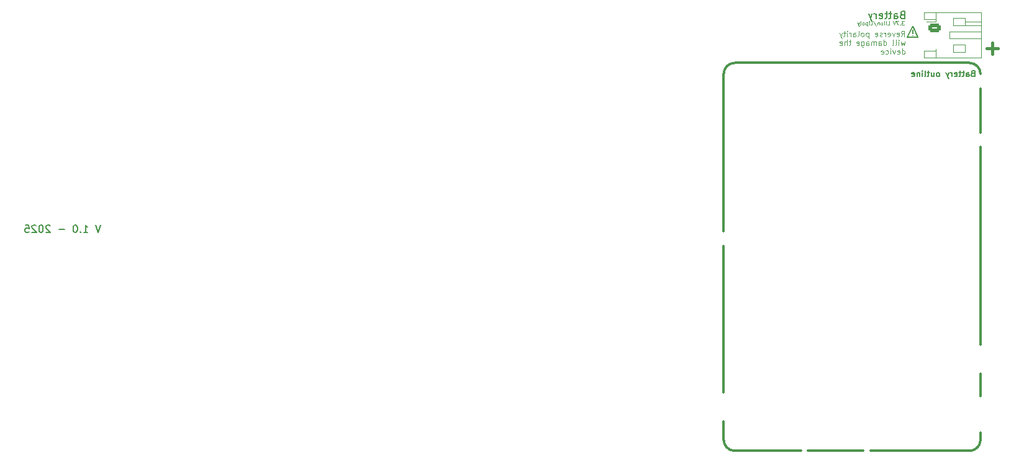
<source format=gbr>
%TF.GenerationSoftware,KiCad,Pcbnew,(6.0.10-0)*%
%TF.CreationDate,2025-02-20T17:08:05+01:00*%
%TF.ProjectId,MiniChord,4d696e69-4368-46f7-9264-2e6b69636164,rev?*%
%TF.SameCoordinates,Original*%
%TF.FileFunction,Legend,Bot*%
%TF.FilePolarity,Positive*%
%FSLAX46Y46*%
G04 Gerber Fmt 4.6, Leading zero omitted, Abs format (unit mm)*
G04 Created by KiCad (PCBNEW (6.0.10-0)) date 2025-02-20 17:08:05*
%MOMM*%
%LPD*%
G01*
G04 APERTURE LIST*
G04 Aperture macros list*
%AMRoundRect*
0 Rectangle with rounded corners*
0 $1 Rounding radius*
0 $2 $3 $4 $5 $6 $7 $8 $9 X,Y pos of 4 corners*
0 Add a 4 corners polygon primitive as box body*
4,1,4,$2,$3,$4,$5,$6,$7,$8,$9,$2,$3,0*
0 Add four circle primitives for the rounded corners*
1,1,$1+$1,$2,$3*
1,1,$1+$1,$4,$5*
1,1,$1+$1,$6,$7*
1,1,$1+$1,$8,$9*
0 Add four rect primitives between the rounded corners*
20,1,$1+$1,$2,$3,$4,$5,0*
20,1,$1+$1,$4,$5,$6,$7,0*
20,1,$1+$1,$6,$7,$8,$9,0*
20,1,$1+$1,$8,$9,$2,$3,0*%
%AMHorizOval*
0 Thick line with rounded ends*
0 $1 width*
0 $2 $3 position (X,Y) of the first rounded end (center of the circle)*
0 $4 $5 position (X,Y) of the second rounded end (center of the circle)*
0 Add line between two ends*
20,1,$1,$2,$3,$4,$5,0*
0 Add two circle primitives to create the rounded ends*
1,1,$1,$2,$3*
1,1,$1,$4,$5*%
G04 Aperture macros list end*
%ADD10C,0.300000*%
%ADD11C,0.150000*%
%ADD12C,0.100000*%
%ADD13C,0.075000*%
%ADD14C,0.130000*%
%ADD15C,0.400000*%
%ADD16C,0.120000*%
%ADD17C,1.800000*%
%ADD18C,2.000000*%
%ADD19R,1.070000X1.800000*%
%ADD20O,1.070000X1.800000*%
%ADD21R,1.800000X1.800000*%
%ADD22C,1.700000*%
%ADD23O,1.900000X3.300000*%
%ADD24C,1.600000*%
%ADD25O,2.050000X1.800000*%
%ADD26C,1.100000*%
%ADD27C,1.850000*%
%ADD28C,1.650000*%
%ADD29C,1.750000*%
%ADD30HorizOval,1.200000X-0.353553X-0.353553X0.353553X0.353553X0*%
%ADD31HorizOval,1.200000X0.353553X-0.353553X-0.353553X0.353553X0*%
%ADD32HorizOval,1.200000X0.353553X0.353553X-0.353553X-0.353553X0*%
%ADD33RoundRect,0.250000X-0.625000X0.350000X-0.625000X-0.350000X0.625000X-0.350000X0.625000X0.350000X0*%
%ADD34O,1.750000X1.200000*%
G04 APERTURE END LIST*
D10*
X114000000Y-135500000D02*
X114000000Y-138000000D01*
X134000000Y-139500000D02*
X147500000Y-139500000D01*
X149000000Y-125000000D02*
X149000000Y-98000000D01*
D11*
X139750000Y-82750000D02*
X139750000Y-82750000D01*
D10*
X115500000Y-139500000D02*
X124500000Y-139500000D01*
X114000000Y-88000000D02*
X113939340Y-109500000D01*
X125500000Y-139500000D02*
X133000000Y-139500000D01*
X149000000Y-132000000D02*
X149000000Y-129000000D01*
D11*
X139750000Y-82000000D02*
X139750000Y-82500000D01*
D10*
X147500000Y-86500000D02*
X115560660Y-86500000D01*
X115500000Y-86500000D02*
G75*
G03*
X114000000Y-88000000I0J-1500000D01*
G01*
X149000000Y-96000000D02*
X149000000Y-90000000D01*
D11*
X139750000Y-81500000D02*
X139000000Y-83000000D01*
X140500000Y-83000000D02*
X139750000Y-81500000D01*
D10*
X149000000Y-138000000D02*
X149000000Y-137000000D01*
X147500000Y-139500000D02*
G75*
G03*
X149000000Y-138000000I0J1500000D01*
G01*
X114000000Y-111500000D02*
X114000000Y-131500000D01*
X114000000Y-138000000D02*
G75*
G03*
X115500000Y-139500000I1500000J0D01*
G01*
D11*
X139000000Y-83000000D02*
X140500000Y-83000000D01*
D10*
X149000000Y-88000000D02*
G75*
G03*
X147500000Y-86500000I-1500000J0D01*
G01*
D12*
X138202857Y-82881785D02*
X138452857Y-82524642D01*
X138631428Y-82881785D02*
X138631428Y-82131785D01*
X138345714Y-82131785D01*
X138274285Y-82167500D01*
X138238571Y-82203214D01*
X138202857Y-82274642D01*
X138202857Y-82381785D01*
X138238571Y-82453214D01*
X138274285Y-82488928D01*
X138345714Y-82524642D01*
X138631428Y-82524642D01*
X137595714Y-82846071D02*
X137667142Y-82881785D01*
X137810000Y-82881785D01*
X137881428Y-82846071D01*
X137917142Y-82774642D01*
X137917142Y-82488928D01*
X137881428Y-82417500D01*
X137810000Y-82381785D01*
X137667142Y-82381785D01*
X137595714Y-82417500D01*
X137560000Y-82488928D01*
X137560000Y-82560357D01*
X137917142Y-82631785D01*
X137310000Y-82381785D02*
X137131428Y-82881785D01*
X136952857Y-82381785D01*
X136381428Y-82846071D02*
X136452857Y-82881785D01*
X136595714Y-82881785D01*
X136667142Y-82846071D01*
X136702857Y-82774642D01*
X136702857Y-82488928D01*
X136667142Y-82417500D01*
X136595714Y-82381785D01*
X136452857Y-82381785D01*
X136381428Y-82417500D01*
X136345714Y-82488928D01*
X136345714Y-82560357D01*
X136702857Y-82631785D01*
X136024285Y-82881785D02*
X136024285Y-82381785D01*
X136024285Y-82524642D02*
X135988571Y-82453214D01*
X135952857Y-82417500D01*
X135881428Y-82381785D01*
X135810000Y-82381785D01*
X135595714Y-82846071D02*
X135524285Y-82881785D01*
X135381428Y-82881785D01*
X135310000Y-82846071D01*
X135274285Y-82774642D01*
X135274285Y-82738928D01*
X135310000Y-82667500D01*
X135381428Y-82631785D01*
X135488571Y-82631785D01*
X135560000Y-82596071D01*
X135595714Y-82524642D01*
X135595714Y-82488928D01*
X135560000Y-82417500D01*
X135488571Y-82381785D01*
X135381428Y-82381785D01*
X135310000Y-82417500D01*
X134667142Y-82846071D02*
X134738571Y-82881785D01*
X134881428Y-82881785D01*
X134952857Y-82846071D01*
X134988571Y-82774642D01*
X134988571Y-82488928D01*
X134952857Y-82417500D01*
X134881428Y-82381785D01*
X134738571Y-82381785D01*
X134667142Y-82417500D01*
X134631428Y-82488928D01*
X134631428Y-82560357D01*
X134988571Y-82631785D01*
X133738571Y-82381785D02*
X133738571Y-83131785D01*
X133738571Y-82417500D02*
X133667142Y-82381785D01*
X133524285Y-82381785D01*
X133452857Y-82417500D01*
X133417142Y-82453214D01*
X133381428Y-82524642D01*
X133381428Y-82738928D01*
X133417142Y-82810357D01*
X133452857Y-82846071D01*
X133524285Y-82881785D01*
X133667142Y-82881785D01*
X133738571Y-82846071D01*
X132952857Y-82881785D02*
X133024285Y-82846071D01*
X133060000Y-82810357D01*
X133095714Y-82738928D01*
X133095714Y-82524642D01*
X133060000Y-82453214D01*
X133024285Y-82417500D01*
X132952857Y-82381785D01*
X132845714Y-82381785D01*
X132774285Y-82417500D01*
X132738571Y-82453214D01*
X132702857Y-82524642D01*
X132702857Y-82738928D01*
X132738571Y-82810357D01*
X132774285Y-82846071D01*
X132845714Y-82881785D01*
X132952857Y-82881785D01*
X132274285Y-82881785D02*
X132345714Y-82846071D01*
X132381428Y-82774642D01*
X132381428Y-82131785D01*
X131667142Y-82881785D02*
X131667142Y-82488928D01*
X131702857Y-82417500D01*
X131774285Y-82381785D01*
X131917142Y-82381785D01*
X131988571Y-82417500D01*
X131667142Y-82846071D02*
X131738571Y-82881785D01*
X131917142Y-82881785D01*
X131988571Y-82846071D01*
X132024285Y-82774642D01*
X132024285Y-82703214D01*
X131988571Y-82631785D01*
X131917142Y-82596071D01*
X131738571Y-82596071D01*
X131667142Y-82560357D01*
X131310000Y-82881785D02*
X131310000Y-82381785D01*
X131310000Y-82524642D02*
X131274285Y-82453214D01*
X131238571Y-82417500D01*
X131167142Y-82381785D01*
X131095714Y-82381785D01*
X130845714Y-82881785D02*
X130845714Y-82381785D01*
X130845714Y-82131785D02*
X130881428Y-82167500D01*
X130845714Y-82203214D01*
X130810000Y-82167500D01*
X130845714Y-82131785D01*
X130845714Y-82203214D01*
X130595714Y-82381785D02*
X130310000Y-82381785D01*
X130488571Y-82131785D02*
X130488571Y-82774642D01*
X130452857Y-82846071D01*
X130381428Y-82881785D01*
X130310000Y-82881785D01*
X130131428Y-82381785D02*
X129952857Y-82881785D01*
X129774285Y-82381785D02*
X129952857Y-82881785D01*
X130024285Y-83060357D01*
X130060000Y-83096071D01*
X130131428Y-83131785D01*
X138702857Y-83589285D02*
X138560000Y-84089285D01*
X138417142Y-83732142D01*
X138274285Y-84089285D01*
X138131428Y-83589285D01*
X137845714Y-84089285D02*
X137845714Y-83589285D01*
X137845714Y-83339285D02*
X137881428Y-83375000D01*
X137845714Y-83410714D01*
X137810000Y-83375000D01*
X137845714Y-83339285D01*
X137845714Y-83410714D01*
X137381428Y-84089285D02*
X137452857Y-84053571D01*
X137488571Y-83982142D01*
X137488571Y-83339285D01*
X136988571Y-84089285D02*
X137060000Y-84053571D01*
X137095714Y-83982142D01*
X137095714Y-83339285D01*
X135810000Y-84089285D02*
X135810000Y-83339285D01*
X135810000Y-84053571D02*
X135881428Y-84089285D01*
X136024285Y-84089285D01*
X136095714Y-84053571D01*
X136131428Y-84017857D01*
X136167142Y-83946428D01*
X136167142Y-83732142D01*
X136131428Y-83660714D01*
X136095714Y-83625000D01*
X136024285Y-83589285D01*
X135881428Y-83589285D01*
X135810000Y-83625000D01*
X135131428Y-84089285D02*
X135131428Y-83696428D01*
X135167142Y-83625000D01*
X135238571Y-83589285D01*
X135381428Y-83589285D01*
X135452857Y-83625000D01*
X135131428Y-84053571D02*
X135202857Y-84089285D01*
X135381428Y-84089285D01*
X135452857Y-84053571D01*
X135488571Y-83982142D01*
X135488571Y-83910714D01*
X135452857Y-83839285D01*
X135381428Y-83803571D01*
X135202857Y-83803571D01*
X135131428Y-83767857D01*
X134774285Y-84089285D02*
X134774285Y-83589285D01*
X134774285Y-83660714D02*
X134738571Y-83625000D01*
X134667142Y-83589285D01*
X134560000Y-83589285D01*
X134488571Y-83625000D01*
X134452857Y-83696428D01*
X134452857Y-84089285D01*
X134452857Y-83696428D02*
X134417142Y-83625000D01*
X134345714Y-83589285D01*
X134238571Y-83589285D01*
X134167142Y-83625000D01*
X134131428Y-83696428D01*
X134131428Y-84089285D01*
X133452857Y-84089285D02*
X133452857Y-83696428D01*
X133488571Y-83625000D01*
X133560000Y-83589285D01*
X133702857Y-83589285D01*
X133774285Y-83625000D01*
X133452857Y-84053571D02*
X133524285Y-84089285D01*
X133702857Y-84089285D01*
X133774285Y-84053571D01*
X133810000Y-83982142D01*
X133810000Y-83910714D01*
X133774285Y-83839285D01*
X133702857Y-83803571D01*
X133524285Y-83803571D01*
X133452857Y-83767857D01*
X132774285Y-83589285D02*
X132774285Y-84196428D01*
X132810000Y-84267857D01*
X132845714Y-84303571D01*
X132917142Y-84339285D01*
X133024285Y-84339285D01*
X133095714Y-84303571D01*
X132774285Y-84053571D02*
X132845714Y-84089285D01*
X132988571Y-84089285D01*
X133060000Y-84053571D01*
X133095714Y-84017857D01*
X133131428Y-83946428D01*
X133131428Y-83732142D01*
X133095714Y-83660714D01*
X133060000Y-83625000D01*
X132988571Y-83589285D01*
X132845714Y-83589285D01*
X132774285Y-83625000D01*
X132131428Y-84053571D02*
X132202857Y-84089285D01*
X132345714Y-84089285D01*
X132417142Y-84053571D01*
X132452857Y-83982142D01*
X132452857Y-83696428D01*
X132417142Y-83625000D01*
X132345714Y-83589285D01*
X132202857Y-83589285D01*
X132131428Y-83625000D01*
X132095714Y-83696428D01*
X132095714Y-83767857D01*
X132452857Y-83839285D01*
X131310000Y-83589285D02*
X131024285Y-83589285D01*
X131202857Y-83339285D02*
X131202857Y-83982142D01*
X131167142Y-84053571D01*
X131095714Y-84089285D01*
X131024285Y-84089285D01*
X130774285Y-84089285D02*
X130774285Y-83339285D01*
X130452857Y-84089285D02*
X130452857Y-83696428D01*
X130488571Y-83625000D01*
X130560000Y-83589285D01*
X130667142Y-83589285D01*
X130738571Y-83625000D01*
X130774285Y-83660714D01*
X129810000Y-84053571D02*
X129881428Y-84089285D01*
X130024285Y-84089285D01*
X130095714Y-84053571D01*
X130131428Y-83982142D01*
X130131428Y-83696428D01*
X130095714Y-83625000D01*
X130024285Y-83589285D01*
X129881428Y-83589285D01*
X129810000Y-83625000D01*
X129774285Y-83696428D01*
X129774285Y-83767857D01*
X130131428Y-83839285D01*
X138310000Y-85296785D02*
X138310000Y-84546785D01*
X138310000Y-85261071D02*
X138381428Y-85296785D01*
X138524285Y-85296785D01*
X138595714Y-85261071D01*
X138631428Y-85225357D01*
X138667142Y-85153928D01*
X138667142Y-84939642D01*
X138631428Y-84868214D01*
X138595714Y-84832500D01*
X138524285Y-84796785D01*
X138381428Y-84796785D01*
X138310000Y-84832500D01*
X137667142Y-85261071D02*
X137738571Y-85296785D01*
X137881428Y-85296785D01*
X137952857Y-85261071D01*
X137988571Y-85189642D01*
X137988571Y-84903928D01*
X137952857Y-84832500D01*
X137881428Y-84796785D01*
X137738571Y-84796785D01*
X137667142Y-84832500D01*
X137631428Y-84903928D01*
X137631428Y-84975357D01*
X137988571Y-85046785D01*
X137381428Y-84796785D02*
X137202857Y-85296785D01*
X137024285Y-84796785D01*
X136738571Y-85296785D02*
X136738571Y-84796785D01*
X136738571Y-84546785D02*
X136774285Y-84582500D01*
X136738571Y-84618214D01*
X136702857Y-84582500D01*
X136738571Y-84546785D01*
X136738571Y-84618214D01*
X136060000Y-85261071D02*
X136131428Y-85296785D01*
X136274285Y-85296785D01*
X136345714Y-85261071D01*
X136381428Y-85225357D01*
X136417142Y-85153928D01*
X136417142Y-84939642D01*
X136381428Y-84868214D01*
X136345714Y-84832500D01*
X136274285Y-84796785D01*
X136131428Y-84796785D01*
X136060000Y-84832500D01*
X135452857Y-85261071D02*
X135524285Y-85296785D01*
X135667142Y-85296785D01*
X135738571Y-85261071D01*
X135774285Y-85189642D01*
X135774285Y-84903928D01*
X135738571Y-84832500D01*
X135667142Y-84796785D01*
X135524285Y-84796785D01*
X135452857Y-84832500D01*
X135417142Y-84903928D01*
X135417142Y-84975357D01*
X135774285Y-85046785D01*
D11*
X29007261Y-108652380D02*
X28673928Y-109652380D01*
X28340595Y-108652380D01*
X26721547Y-109652380D02*
X27292976Y-109652380D01*
X27007261Y-109652380D02*
X27007261Y-108652380D01*
X27102500Y-108795238D01*
X27197738Y-108890476D01*
X27292976Y-108938095D01*
X26292976Y-109557142D02*
X26245357Y-109604761D01*
X26292976Y-109652380D01*
X26340595Y-109604761D01*
X26292976Y-109557142D01*
X26292976Y-109652380D01*
X25626309Y-108652380D02*
X25531071Y-108652380D01*
X25435833Y-108700000D01*
X25388214Y-108747619D01*
X25340595Y-108842857D01*
X25292976Y-109033333D01*
X25292976Y-109271428D01*
X25340595Y-109461904D01*
X25388214Y-109557142D01*
X25435833Y-109604761D01*
X25531071Y-109652380D01*
X25626309Y-109652380D01*
X25721547Y-109604761D01*
X25769166Y-109557142D01*
X25816785Y-109461904D01*
X25864404Y-109271428D01*
X25864404Y-109033333D01*
X25816785Y-108842857D01*
X25769166Y-108747619D01*
X25721547Y-108700000D01*
X25626309Y-108652380D01*
X24102500Y-109271428D02*
X23340595Y-109271428D01*
X22150119Y-108747619D02*
X22102500Y-108700000D01*
X22007261Y-108652380D01*
X21769166Y-108652380D01*
X21673928Y-108700000D01*
X21626309Y-108747619D01*
X21578690Y-108842857D01*
X21578690Y-108938095D01*
X21626309Y-109080952D01*
X22197738Y-109652380D01*
X21578690Y-109652380D01*
X20959642Y-108652380D02*
X20864404Y-108652380D01*
X20769166Y-108700000D01*
X20721547Y-108747619D01*
X20673928Y-108842857D01*
X20626309Y-109033333D01*
X20626309Y-109271428D01*
X20673928Y-109461904D01*
X20721547Y-109557142D01*
X20769166Y-109604761D01*
X20864404Y-109652380D01*
X20959642Y-109652380D01*
X21054880Y-109604761D01*
X21102500Y-109557142D01*
X21150119Y-109461904D01*
X21197738Y-109271428D01*
X21197738Y-109033333D01*
X21150119Y-108842857D01*
X21102500Y-108747619D01*
X21054880Y-108700000D01*
X20959642Y-108652380D01*
X20245357Y-108747619D02*
X20197738Y-108700000D01*
X20102500Y-108652380D01*
X19864404Y-108652380D01*
X19769166Y-108700000D01*
X19721547Y-108747619D01*
X19673928Y-108842857D01*
X19673928Y-108938095D01*
X19721547Y-109080952D01*
X20292976Y-109652380D01*
X19673928Y-109652380D01*
X18769166Y-108652380D02*
X19245357Y-108652380D01*
X19292976Y-109128571D01*
X19245357Y-109080952D01*
X19150119Y-109033333D01*
X18912023Y-109033333D01*
X18816785Y-109080952D01*
X18769166Y-109128571D01*
X18721547Y-109223809D01*
X18721547Y-109461904D01*
X18769166Y-109557142D01*
X18816785Y-109604761D01*
X18912023Y-109652380D01*
X19150119Y-109652380D01*
X19245357Y-109604761D01*
X19292976Y-109557142D01*
D13*
X138579821Y-80826190D02*
X138270297Y-80826190D01*
X138436964Y-81016666D01*
X138365535Y-81016666D01*
X138317916Y-81040476D01*
X138294107Y-81064285D01*
X138270297Y-81111904D01*
X138270297Y-81230952D01*
X138294107Y-81278571D01*
X138317916Y-81302380D01*
X138365535Y-81326190D01*
X138508392Y-81326190D01*
X138556011Y-81302380D01*
X138579821Y-81278571D01*
X138056011Y-81278571D02*
X138032202Y-81302380D01*
X138056011Y-81326190D01*
X138079821Y-81302380D01*
X138056011Y-81278571D01*
X138056011Y-81326190D01*
X137865535Y-80826190D02*
X137532202Y-80826190D01*
X137746488Y-81326190D01*
X137413154Y-80826190D02*
X137246488Y-81326190D01*
X137079821Y-80826190D01*
X136294107Y-81326190D02*
X136532202Y-81326190D01*
X136532202Y-80826190D01*
X136127440Y-81326190D02*
X136127440Y-80992857D01*
X136127440Y-80826190D02*
X136151250Y-80850000D01*
X136127440Y-80873809D01*
X136103630Y-80850000D01*
X136127440Y-80826190D01*
X136127440Y-80873809D01*
X135889345Y-81326190D02*
X135889345Y-80992857D01*
X135889345Y-80826190D02*
X135913154Y-80850000D01*
X135889345Y-80873809D01*
X135865535Y-80850000D01*
X135889345Y-80826190D01*
X135889345Y-80873809D01*
X135579821Y-81326190D02*
X135627440Y-81302380D01*
X135651250Y-81278571D01*
X135675059Y-81230952D01*
X135675059Y-81088095D01*
X135651250Y-81040476D01*
X135627440Y-81016666D01*
X135579821Y-80992857D01*
X135508392Y-80992857D01*
X135460773Y-81016666D01*
X135436964Y-81040476D01*
X135413154Y-81088095D01*
X135413154Y-81230952D01*
X135436964Y-81278571D01*
X135460773Y-81302380D01*
X135508392Y-81326190D01*
X135579821Y-81326190D01*
X135198869Y-80992857D02*
X135198869Y-81326190D01*
X135198869Y-81040476D02*
X135175059Y-81016666D01*
X135127440Y-80992857D01*
X135056011Y-80992857D01*
X135008392Y-81016666D01*
X134984583Y-81064285D01*
X134984583Y-81326190D01*
X134389345Y-80802380D02*
X134817916Y-81445238D01*
X133984583Y-81326190D02*
X134222678Y-81326190D01*
X134222678Y-80826190D01*
X133817916Y-81326190D02*
X133817916Y-80992857D01*
X133817916Y-80826190D02*
X133841726Y-80850000D01*
X133817916Y-80873809D01*
X133794107Y-80850000D01*
X133817916Y-80826190D01*
X133817916Y-80873809D01*
X133579821Y-80992857D02*
X133579821Y-81492857D01*
X133579821Y-81016666D02*
X133532202Y-80992857D01*
X133436964Y-80992857D01*
X133389345Y-81016666D01*
X133365535Y-81040476D01*
X133341726Y-81088095D01*
X133341726Y-81230952D01*
X133365535Y-81278571D01*
X133389345Y-81302380D01*
X133436964Y-81326190D01*
X133532202Y-81326190D01*
X133579821Y-81302380D01*
X133056011Y-81326190D02*
X133103630Y-81302380D01*
X133127440Y-81278571D01*
X133151250Y-81230952D01*
X133151250Y-81088095D01*
X133127440Y-81040476D01*
X133103630Y-81016666D01*
X133056011Y-80992857D01*
X132984583Y-80992857D01*
X132936964Y-81016666D01*
X132913154Y-81040476D01*
X132889345Y-81088095D01*
X132889345Y-81230952D01*
X132913154Y-81278571D01*
X132936964Y-81302380D01*
X132984583Y-81326190D01*
X133056011Y-81326190D01*
X132603630Y-81326190D02*
X132651250Y-81302380D01*
X132675059Y-81254761D01*
X132675059Y-80826190D01*
X132460773Y-80992857D02*
X132341726Y-81326190D01*
X132222678Y-80992857D02*
X132341726Y-81326190D01*
X132389345Y-81445238D01*
X132413154Y-81469047D01*
X132460773Y-81492857D01*
D14*
X147958357Y-87942857D02*
X147844071Y-87980952D01*
X147805976Y-88019047D01*
X147767880Y-88095238D01*
X147767880Y-88209523D01*
X147805976Y-88285714D01*
X147844071Y-88323809D01*
X147920261Y-88361904D01*
X148225023Y-88361904D01*
X148225023Y-87561904D01*
X147958357Y-87561904D01*
X147882166Y-87600000D01*
X147844071Y-87638095D01*
X147805976Y-87714285D01*
X147805976Y-87790476D01*
X147844071Y-87866666D01*
X147882166Y-87904761D01*
X147958357Y-87942857D01*
X148225023Y-87942857D01*
X147082166Y-88361904D02*
X147082166Y-87942857D01*
X147120261Y-87866666D01*
X147196452Y-87828571D01*
X147348833Y-87828571D01*
X147425023Y-87866666D01*
X147082166Y-88323809D02*
X147158357Y-88361904D01*
X147348833Y-88361904D01*
X147425023Y-88323809D01*
X147463119Y-88247619D01*
X147463119Y-88171428D01*
X147425023Y-88095238D01*
X147348833Y-88057142D01*
X147158357Y-88057142D01*
X147082166Y-88019047D01*
X146815500Y-87828571D02*
X146510738Y-87828571D01*
X146701214Y-87561904D02*
X146701214Y-88247619D01*
X146663119Y-88323809D01*
X146586928Y-88361904D01*
X146510738Y-88361904D01*
X146358357Y-87828571D02*
X146053595Y-87828571D01*
X146244071Y-87561904D02*
X146244071Y-88247619D01*
X146205976Y-88323809D01*
X146129785Y-88361904D01*
X146053595Y-88361904D01*
X145482166Y-88323809D02*
X145558357Y-88361904D01*
X145710738Y-88361904D01*
X145786928Y-88323809D01*
X145825023Y-88247619D01*
X145825023Y-87942857D01*
X145786928Y-87866666D01*
X145710738Y-87828571D01*
X145558357Y-87828571D01*
X145482166Y-87866666D01*
X145444071Y-87942857D01*
X145444071Y-88019047D01*
X145825023Y-88095238D01*
X145101214Y-88361904D02*
X145101214Y-87828571D01*
X145101214Y-87980952D02*
X145063119Y-87904761D01*
X145025023Y-87866666D01*
X144948833Y-87828571D01*
X144872642Y-87828571D01*
X144682166Y-87828571D02*
X144491690Y-88361904D01*
X144301214Y-87828571D02*
X144491690Y-88361904D01*
X144567880Y-88552380D01*
X144605976Y-88590476D01*
X144682166Y-88628571D01*
X143272642Y-88361904D02*
X143348833Y-88323809D01*
X143386928Y-88285714D01*
X143425023Y-88209523D01*
X143425023Y-87980952D01*
X143386928Y-87904761D01*
X143348833Y-87866666D01*
X143272642Y-87828571D01*
X143158357Y-87828571D01*
X143082166Y-87866666D01*
X143044071Y-87904761D01*
X143005976Y-87980952D01*
X143005976Y-88209523D01*
X143044071Y-88285714D01*
X143082166Y-88323809D01*
X143158357Y-88361904D01*
X143272642Y-88361904D01*
X142320261Y-87828571D02*
X142320261Y-88361904D01*
X142663119Y-87828571D02*
X142663119Y-88247619D01*
X142625023Y-88323809D01*
X142548833Y-88361904D01*
X142434547Y-88361904D01*
X142358357Y-88323809D01*
X142320261Y-88285714D01*
X142053595Y-87828571D02*
X141748833Y-87828571D01*
X141939309Y-87561904D02*
X141939309Y-88247619D01*
X141901214Y-88323809D01*
X141825023Y-88361904D01*
X141748833Y-88361904D01*
X141367880Y-88361904D02*
X141444071Y-88323809D01*
X141482166Y-88247619D01*
X141482166Y-87561904D01*
X141063119Y-88361904D02*
X141063119Y-87828571D01*
X141063119Y-87561904D02*
X141101214Y-87600000D01*
X141063119Y-87638095D01*
X141025023Y-87600000D01*
X141063119Y-87561904D01*
X141063119Y-87638095D01*
X140682166Y-87828571D02*
X140682166Y-88361904D01*
X140682166Y-87904761D02*
X140644071Y-87866666D01*
X140567880Y-87828571D01*
X140453595Y-87828571D01*
X140377404Y-87866666D01*
X140339309Y-87942857D01*
X140339309Y-88361904D01*
X139653595Y-88323809D02*
X139729785Y-88361904D01*
X139882166Y-88361904D01*
X139958357Y-88323809D01*
X139996452Y-88247619D01*
X139996452Y-87942857D01*
X139958357Y-87866666D01*
X139882166Y-87828571D01*
X139729785Y-87828571D01*
X139653595Y-87866666D01*
X139615500Y-87942857D01*
X139615500Y-88019047D01*
X139996452Y-88095238D01*
D15*
X150642857Y-83736190D02*
X150642857Y-85260000D01*
X151404761Y-84498095D02*
X149880952Y-84498095D01*
D11*
X138331071Y-79928571D02*
X138188214Y-79976190D01*
X138140595Y-80023809D01*
X138092976Y-80119047D01*
X138092976Y-80261904D01*
X138140595Y-80357142D01*
X138188214Y-80404761D01*
X138283452Y-80452380D01*
X138664404Y-80452380D01*
X138664404Y-79452380D01*
X138331071Y-79452380D01*
X138235833Y-79500000D01*
X138188214Y-79547619D01*
X138140595Y-79642857D01*
X138140595Y-79738095D01*
X138188214Y-79833333D01*
X138235833Y-79880952D01*
X138331071Y-79928571D01*
X138664404Y-79928571D01*
X137235833Y-80452380D02*
X137235833Y-79928571D01*
X137283452Y-79833333D01*
X137378690Y-79785714D01*
X137569166Y-79785714D01*
X137664404Y-79833333D01*
X137235833Y-80404761D02*
X137331071Y-80452380D01*
X137569166Y-80452380D01*
X137664404Y-80404761D01*
X137712023Y-80309523D01*
X137712023Y-80214285D01*
X137664404Y-80119047D01*
X137569166Y-80071428D01*
X137331071Y-80071428D01*
X137235833Y-80023809D01*
X136902500Y-79785714D02*
X136521547Y-79785714D01*
X136759642Y-79452380D02*
X136759642Y-80309523D01*
X136712023Y-80404761D01*
X136616785Y-80452380D01*
X136521547Y-80452380D01*
X136331071Y-79785714D02*
X135950119Y-79785714D01*
X136188214Y-79452380D02*
X136188214Y-80309523D01*
X136140595Y-80404761D01*
X136045357Y-80452380D01*
X135950119Y-80452380D01*
X135235833Y-80404761D02*
X135331071Y-80452380D01*
X135521547Y-80452380D01*
X135616785Y-80404761D01*
X135664404Y-80309523D01*
X135664404Y-79928571D01*
X135616785Y-79833333D01*
X135521547Y-79785714D01*
X135331071Y-79785714D01*
X135235833Y-79833333D01*
X135188214Y-79928571D01*
X135188214Y-80023809D01*
X135664404Y-80119047D01*
X134759642Y-80452380D02*
X134759642Y-79785714D01*
X134759642Y-79976190D02*
X134712023Y-79880952D01*
X134664404Y-79833333D01*
X134569166Y-79785714D01*
X134473928Y-79785714D01*
X134235833Y-79785714D02*
X133997738Y-80452380D01*
X133759642Y-79785714D02*
X133997738Y-80452380D01*
X134092976Y-80690476D01*
X134140595Y-80738095D01*
X134235833Y-80785714D01*
D16*
%TO.C,J3*%
X146857500Y-80400000D02*
X146857500Y-81400000D01*
X145257500Y-80400000D02*
X146857500Y-80400000D01*
X146857500Y-84000000D02*
X145257500Y-84000000D01*
X142897500Y-84840000D02*
X142897500Y-84560000D01*
X145257500Y-84000000D02*
X145257500Y-85000000D01*
X142897500Y-80840000D02*
X142897500Y-80560000D01*
X145257500Y-81400000D02*
X145257500Y-80400000D01*
X142897500Y-80840000D02*
X141682500Y-80840000D01*
X149117500Y-82200000D02*
X144757500Y-82200000D01*
X144757500Y-82200000D02*
X144757500Y-83200000D01*
X142897500Y-85760000D02*
X142897500Y-84840000D01*
X141297500Y-85760000D02*
X141297500Y-84840000D01*
X146857500Y-80900000D02*
X149117500Y-80900000D01*
X141297500Y-84840000D02*
X142897500Y-84840000D01*
X146857500Y-81400000D02*
X149117500Y-81400000D01*
X149117500Y-85760000D02*
X141297500Y-85760000D01*
X142897500Y-79640000D02*
X142897500Y-80560000D01*
X144757500Y-83200000D02*
X149117500Y-83200000D01*
X146857500Y-81400000D02*
X145257500Y-81400000D01*
X141297500Y-80560000D02*
X141297500Y-79640000D01*
X149117500Y-79640000D02*
X149117500Y-85760000D01*
X142897500Y-80560000D02*
X141297500Y-80560000D01*
X146857500Y-85000000D02*
X146857500Y-84000000D01*
X145257500Y-85000000D02*
X146857500Y-85000000D01*
X141297500Y-79640000D02*
X149117500Y-79640000D01*
%TD*%
%LPC*%
D17*
%TO.C,SW11*%
X77000000Y-98000000D03*
X68000000Y-98000000D03*
D18*
X75000000Y-91750000D03*
X75000000Y-104250000D03*
X70000000Y-91750000D03*
X70000000Y-104250000D03*
%TD*%
%TO.C,SW26*%
X121250000Y-75250000D03*
X114750000Y-75250000D03*
X121250000Y-70750000D03*
X114750000Y-70750000D03*
%TD*%
D19*
%TO.C,D2*%
X117640000Y-126500000D03*
D20*
X118910000Y-126500000D03*
X120180000Y-126500000D03*
X121450000Y-126500000D03*
%TD*%
D17*
%TO.C,SW12*%
X85000000Y-93500000D03*
X85000000Y-102500000D03*
D18*
X91250000Y-100500000D03*
X78750000Y-100500000D03*
X91250000Y-95500000D03*
X78750000Y-95500000D03*
%TD*%
D17*
%TO.C,SW15*%
X44000000Y-110500000D03*
X35000000Y-110500000D03*
D18*
X42000000Y-104250000D03*
X42000000Y-116750000D03*
X37000000Y-104250000D03*
X37000000Y-116750000D03*
%TD*%
D17*
%TO.C,SW10*%
X60000000Y-102500000D03*
X60000000Y-93500000D03*
D18*
X66250000Y-100500000D03*
X53750000Y-100500000D03*
X66250000Y-95500000D03*
X53750000Y-95500000D03*
%TD*%
D21*
%TO.C,D1*%
X112500000Y-74270000D03*
D17*
X112500000Y-71730000D03*
%TD*%
%TO.C,SW21*%
X110000000Y-110500000D03*
X119000000Y-110500000D03*
D18*
X117000000Y-104250000D03*
X117000000Y-116750000D03*
X112000000Y-104250000D03*
X112000000Y-116750000D03*
%TD*%
D17*
%TO.C,SW6*%
X93000000Y-90000000D03*
X93000000Y-81000000D03*
D18*
X99250000Y-88000000D03*
X86750000Y-88000000D03*
X99250000Y-83000000D03*
X86750000Y-83000000D03*
%TD*%
D17*
%TO.C,SW14*%
X110000000Y-93500000D03*
X110000000Y-102500000D03*
D18*
X116250000Y-100500000D03*
X103750000Y-100500000D03*
X116250000Y-95500000D03*
X103750000Y-95500000D03*
%TD*%
D17*
%TO.C,SW2*%
X43000000Y-81000000D03*
X43000000Y-90000000D03*
D18*
X49250000Y-88000000D03*
X36750000Y-88000000D03*
X49250000Y-83000000D03*
X36750000Y-83000000D03*
%TD*%
D17*
%TO.C,SW17*%
X69000000Y-110500000D03*
X60000000Y-110500000D03*
D18*
X67000000Y-104250000D03*
X67000000Y-116750000D03*
X62000000Y-104250000D03*
X62000000Y-116750000D03*
%TD*%
D22*
%TO.C,RV3*%
X170000000Y-84030000D03*
X170000000Y-92030000D03*
D23*
X171400000Y-88030000D03*
D24*
X167000000Y-88030000D03*
D23*
X162600000Y-88030000D03*
D22*
X164000000Y-84030000D03*
X164000000Y-92030000D03*
D25*
X164500000Y-95030000D03*
X167000000Y-95030000D03*
X169500000Y-95030000D03*
%TD*%
D17*
%TO.C,SW13*%
X102000000Y-98000000D03*
X93000000Y-98000000D03*
D18*
X100000000Y-91750000D03*
X100000000Y-104250000D03*
X95000000Y-91750000D03*
X95000000Y-104250000D03*
%TD*%
%TO.C,SW24*%
X170250000Y-131750000D03*
X163750000Y-131750000D03*
X170250000Y-127250000D03*
X163750000Y-127250000D03*
%TD*%
D17*
%TO.C,SW18*%
X77000000Y-115000000D03*
X77000000Y-106000000D03*
D18*
X83250000Y-113000000D03*
X70750000Y-113000000D03*
X83250000Y-108000000D03*
X70750000Y-108000000D03*
%TD*%
D17*
%TO.C,SW16*%
X52000000Y-106000000D03*
X52000000Y-115000000D03*
D18*
X58250000Y-113000000D03*
X45750000Y-113000000D03*
X58250000Y-108000000D03*
X45750000Y-108000000D03*
%TD*%
D17*
%TO.C,SW20*%
X102000000Y-106000000D03*
X102000000Y-115000000D03*
D18*
X108250000Y-113000000D03*
X95750000Y-113000000D03*
X108250000Y-108000000D03*
X95750000Y-108000000D03*
%TD*%
D26*
%TO.C,J1*%
X135230000Y-92000000D03*
X137770000Y-92000000D03*
X137770000Y-94540000D03*
X135230000Y-94540000D03*
X137770000Y-89460000D03*
D27*
X136450000Y-93350000D03*
D26*
X135230000Y-89460000D03*
D27*
X136500000Y-90625000D03*
%TD*%
D23*
%TO.C,RV2*%
X162600000Y-103030000D03*
D22*
X170000000Y-107030000D03*
X170000000Y-99030000D03*
D24*
X167000000Y-103030000D03*
D22*
X164000000Y-99030000D03*
X164000000Y-107030000D03*
D23*
X171400000Y-103030000D03*
D25*
X164500000Y-110030000D03*
X167000000Y-110030000D03*
X169500000Y-110030000D03*
%TD*%
D17*
%TO.C,SW4*%
X68000000Y-81000000D03*
X68000000Y-90000000D03*
D18*
X74250000Y-88000000D03*
X61750000Y-88000000D03*
X74250000Y-83000000D03*
X61750000Y-83000000D03*
%TD*%
%TO.C,SW22*%
X22750000Y-79750000D03*
X22750000Y-86250000D03*
X18250000Y-79750000D03*
X18250000Y-86250000D03*
%TD*%
D26*
%TO.C,J4*%
X135230000Y-127460000D03*
D27*
X136500000Y-128625000D03*
D26*
X137770000Y-127460000D03*
X137770000Y-132540000D03*
X137770000Y-130000000D03*
D27*
X136450000Y-131350000D03*
D26*
X135230000Y-132540000D03*
X135230000Y-130000000D03*
%TD*%
D17*
%TO.C,SW5*%
X76000000Y-85500000D03*
X85000000Y-85500000D03*
D18*
X83000000Y-79250000D03*
X83000000Y-91750000D03*
X78000000Y-79250000D03*
X78000000Y-91750000D03*
%TD*%
D17*
%TO.C,SW19*%
X85000000Y-110500000D03*
X94000000Y-110500000D03*
D18*
X92000000Y-104250000D03*
X92000000Y-116750000D03*
X87000000Y-104250000D03*
X87000000Y-116750000D03*
%TD*%
D17*
%TO.C,SW9*%
X43000000Y-98000000D03*
X52000000Y-98000000D03*
D18*
X50000000Y-91750000D03*
X50000000Y-104250000D03*
X45000000Y-91750000D03*
X45000000Y-104250000D03*
%TD*%
D23*
%TO.C,RV1*%
X171400000Y-118000000D03*
D22*
X170000000Y-122000000D03*
X164000000Y-114000000D03*
D24*
X167000000Y-118000000D03*
D22*
X170000000Y-114000000D03*
X164000000Y-122000000D03*
D23*
X162600000Y-118000000D03*
D25*
X164500000Y-125000000D03*
X167000000Y-125000000D03*
X169500000Y-125000000D03*
%TD*%
D28*
%TO.C,U1*%
X144130000Y-148375000D03*
X144130000Y-145835000D03*
X144130000Y-143295000D03*
X144130000Y-140755000D03*
X144130000Y-138215000D03*
X144130000Y-135675000D03*
X144130000Y-133135000D03*
X144130000Y-130595000D03*
X144130000Y-128055000D03*
X144130000Y-125515000D03*
X144130000Y-122975000D03*
X144130000Y-120435000D03*
X144130000Y-117895000D03*
X144130000Y-115355000D03*
X159370000Y-115355000D03*
X159370000Y-117895000D03*
X159370000Y-120435000D03*
X159370000Y-122975000D03*
X159370000Y-125515000D03*
X159370000Y-128055000D03*
X159370000Y-130595000D03*
X159370000Y-133135000D03*
X159370000Y-135675000D03*
X159370000Y-138215000D03*
X159370000Y-140755000D03*
X159370000Y-143295000D03*
X159370000Y-145835000D03*
X159370000Y-148375000D03*
X156830000Y-145835000D03*
%TD*%
D17*
%TO.C,SW7*%
X110000000Y-85500000D03*
X101000000Y-85500000D03*
D18*
X108000000Y-79250000D03*
X108000000Y-91750000D03*
X103000000Y-79250000D03*
X103000000Y-91750000D03*
%TD*%
D17*
%TO.C,SW3*%
X51000000Y-85500000D03*
X60000000Y-85500000D03*
D18*
X58000000Y-79250000D03*
X58000000Y-91750000D03*
X53000000Y-79250000D03*
X53000000Y-91750000D03*
%TD*%
D29*
%TO.C,J2*%
X114738835Y-134196699D03*
X112971068Y-132428932D03*
X111203301Y-130661165D03*
D30*
X105900000Y-132428932D03*
X107667767Y-134196699D03*
D31*
X105900000Y-139500000D03*
D32*
X112971068Y-139500000D03*
X111203301Y-137732233D03*
%TD*%
D17*
%TO.C,SW1*%
X35000000Y-85500000D03*
X26000000Y-85500000D03*
D18*
X33000000Y-79250000D03*
X33000000Y-91750000D03*
X28000000Y-79250000D03*
X28000000Y-91750000D03*
%TD*%
%TO.C,SW25*%
X163750000Y-134250000D03*
X170250000Y-134250000D03*
X163750000Y-138750000D03*
X170250000Y-138750000D03*
%TD*%
D17*
%TO.C,SW8*%
X35000000Y-93500000D03*
X35000000Y-102500000D03*
D18*
X41250000Y-100500000D03*
X28750000Y-100500000D03*
X41250000Y-95500000D03*
X28750000Y-95500000D03*
%TD*%
D33*
%TO.C,J3*%
X142757500Y-81700000D03*
D34*
X142757500Y-83700000D03*
%TD*%
M02*

</source>
